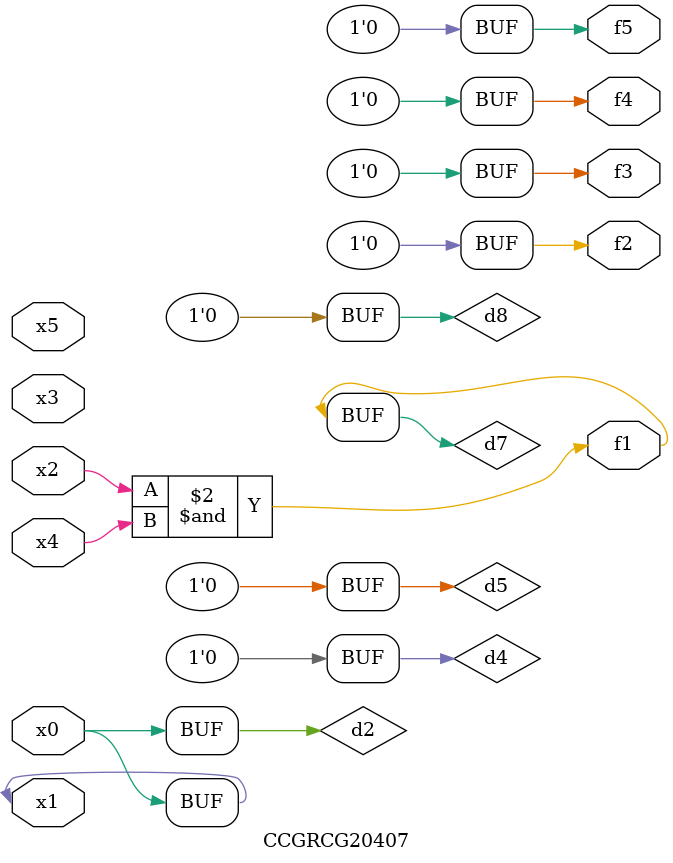
<source format=v>
module CCGRCG20407(
	input x0, x1, x2, x3, x4, x5,
	output f1, f2, f3, f4, f5
);

	wire d1, d2, d3, d4, d5, d6, d7, d8, d9;

	nand (d1, x1);
	buf (d2, x0, x1);
	nand (d3, x2, x4);
	and (d4, d1, d2);
	and (d5, d1, d2);
	nand (d6, d1, d3);
	not (d7, d3);
	xor (d8, d5);
	nor (d9, d5, d6);
	assign f1 = d7;
	assign f2 = d8;
	assign f3 = d8;
	assign f4 = d8;
	assign f5 = d8;
endmodule

</source>
